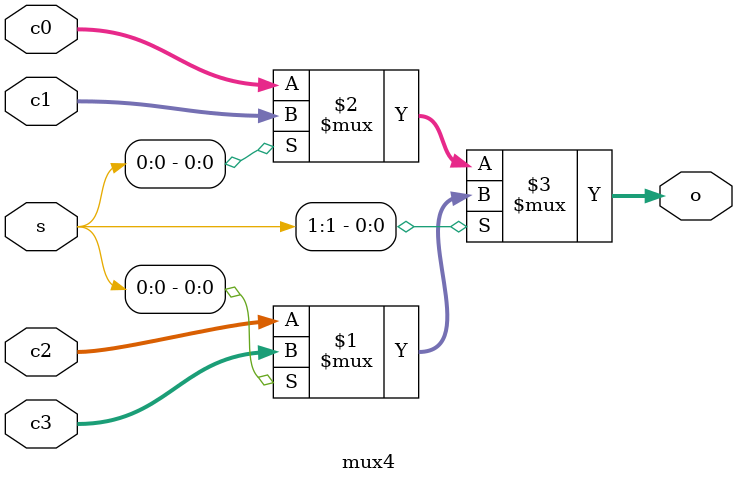
<source format=sv>
module mux4(input logic [7:0] c0, c1, c2, c3,
				input logic [1:0] s,
				
				output logic [7:0]o
);

	assign o = s[1] ? (s[0] ? c3 : c2) : (s[0] ? c1 : c0);
	
	
endmodule
</source>
